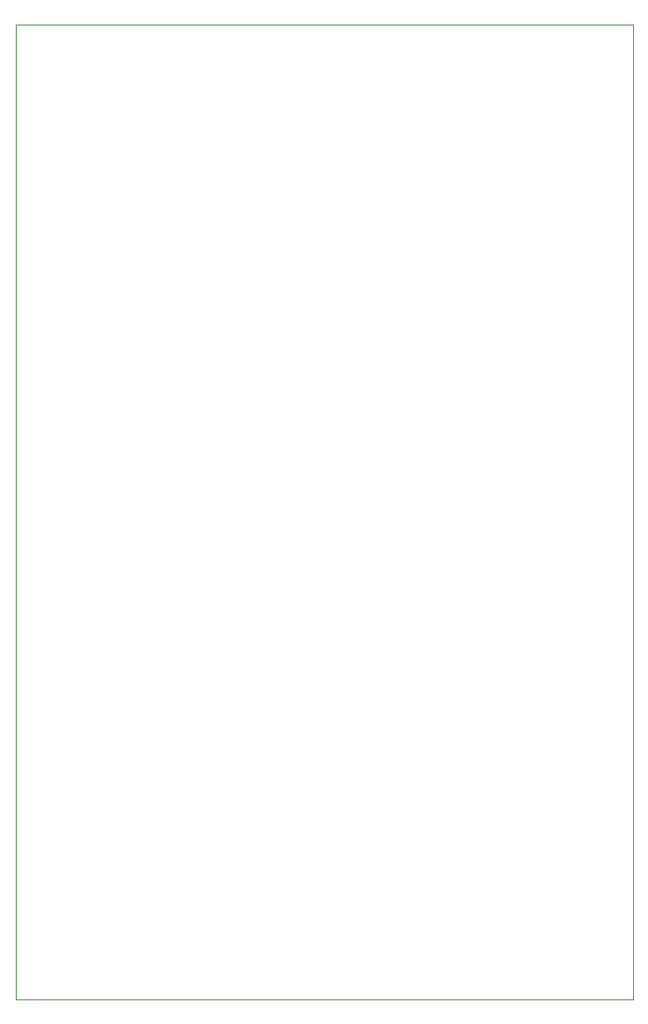
<source format=gbr>
%TF.GenerationSoftware,KiCad,Pcbnew,9.0.0*%
%TF.CreationDate,2025-03-11T09:25:04+01:00*%
%TF.ProjectId,farming_project,6661726d-696e-4675-9f70-726f6a656374,rev?*%
%TF.SameCoordinates,Original*%
%TF.FileFunction,Profile,NP*%
%FSLAX46Y46*%
G04 Gerber Fmt 4.6, Leading zero omitted, Abs format (unit mm)*
G04 Created by KiCad (PCBNEW 9.0.0) date 2025-03-11 09:25:04*
%MOMM*%
%LPD*%
G01*
G04 APERTURE LIST*
%TA.AperFunction,Profile*%
%ADD10C,0.050000*%
%TD*%
G04 APERTURE END LIST*
D10*
X110500000Y-50500000D02*
X110500000Y-140500000D01*
X170000000Y-140500000D02*
X170000000Y-138500000D01*
X170000000Y-50500000D02*
X170000000Y-138500000D01*
X110500000Y-46500000D02*
X170000000Y-46500000D01*
X170000000Y-46500000D02*
X170000000Y-50500000D01*
X110500000Y-50500000D02*
X110500000Y-46500000D01*
X110500000Y-140500000D02*
X170000000Y-140500000D01*
M02*

</source>
